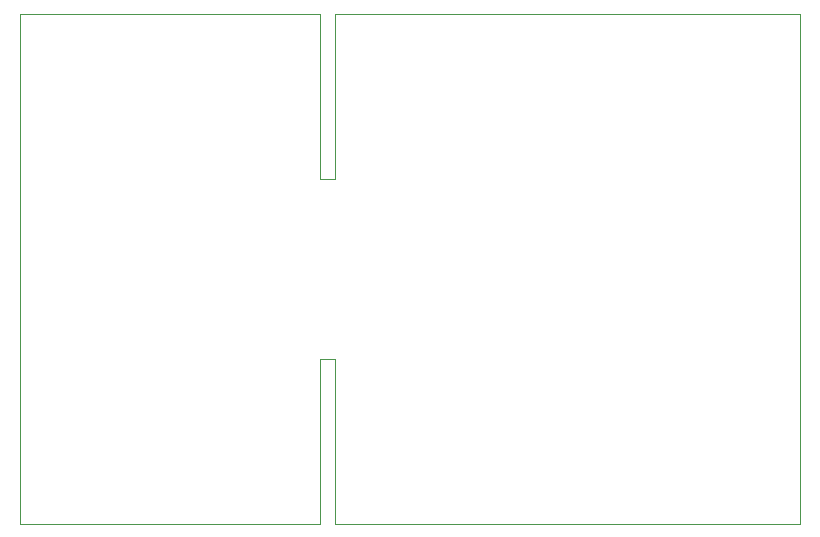
<source format=gbr>
%TF.GenerationSoftware,KiCad,Pcbnew,7.0.11+1*%
%TF.CreationDate,2024-05-13T22:14:03+02:00*%
%TF.ProjectId,QL_ROM_Switchable,514c5f52-4f4d-45f5-9377-697463686162,rev?*%
%TF.SameCoordinates,Original*%
%TF.FileFunction,Profile,NP*%
%FSLAX46Y46*%
G04 Gerber Fmt 4.6, Leading zero omitted, Abs format (unit mm)*
G04 Created by KiCad (PCBNEW 7.0.11+1) date 2024-05-13 22:14:03*
%MOMM*%
%LPD*%
G01*
G04 APERTURE LIST*
%TA.AperFunction,Profile*%
%ADD10C,0.100000*%
%TD*%
G04 APERTURE END LIST*
D10*
X121920000Y-69215000D02*
X123190000Y-69215000D01*
X123190000Y-55245000D01*
X162560000Y-55245000D01*
X162560000Y-98425000D01*
X123190000Y-98425000D01*
X123190000Y-84455000D01*
X121920000Y-84455000D01*
X121920000Y-98425000D01*
X96520000Y-98425000D01*
X96520000Y-55245000D01*
X121920000Y-55245000D01*
X121920000Y-69215000D01*
M02*

</source>
